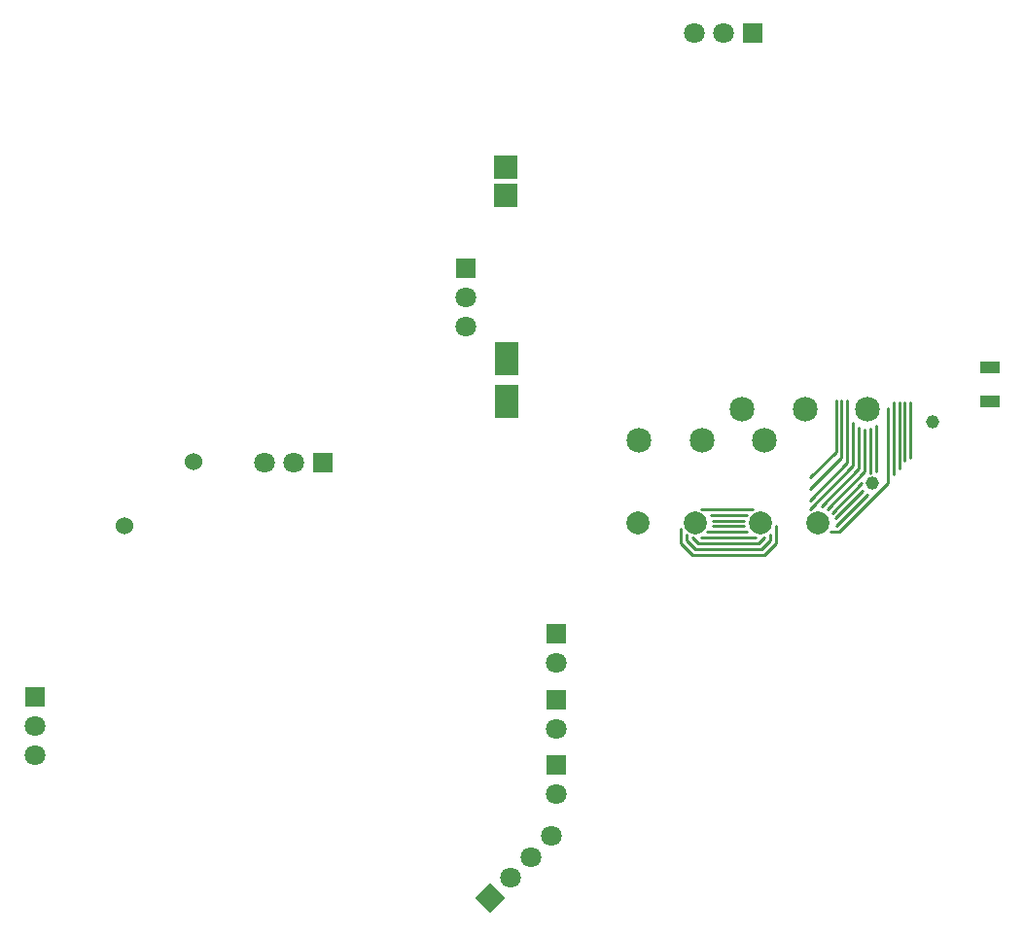
<source format=gts>
G04 Layer_Color=8388736*
%FSLAX44Y44*%
%MOMM*%
G71*
G01*
G75*
%ADD10R,1.8034X1.1120*%
%ADD16R,1.8000X1.8000*%
%ADD17C,1.8000*%
%ADD18C,1.5240*%
%ADD19R,1.8000X1.8000*%
%ADD20P,2.5456X4X90.0*%
%ADD21C,1.1684*%
%ADD22C,2.0000*%
%ADD23C,2.1590*%
%ADD24R,2.0000X2.0000*%
%ADD25R,2.0000X3.0000*%
%ADD47C,0.2540*%
D10*
X856250Y563458D02*
D03*
Y533542D02*
D03*
D16*
X479250Y331000D02*
D03*
X479250Y216900D02*
D03*
Y274000D02*
D03*
X400000Y650000D02*
D03*
X24950Y276050D02*
D03*
D17*
X479250Y305600D02*
D03*
X479250Y191500D02*
D03*
Y248600D02*
D03*
X250650Y480050D02*
D03*
X225250D02*
D03*
X439000Y119000D02*
D03*
X456960Y136960D02*
D03*
X474921Y154921D02*
D03*
X624600Y855000D02*
D03*
X599200D02*
D03*
X400000Y624600D02*
D03*
Y599200D02*
D03*
X24950Y250650D02*
D03*
Y225250D02*
D03*
D18*
X163000Y481000D02*
D03*
X103000Y425000D02*
D03*
D19*
X276050Y480050D02*
D03*
X650000Y855000D02*
D03*
D20*
X421040Y101039D02*
D03*
D21*
X807000Y516000D02*
D03*
X753967Y462967D02*
D03*
D22*
X657000Y428000D02*
D03*
X707000D02*
D03*
X550000D02*
D03*
X600000D02*
D03*
D23*
X660200Y500000D02*
D03*
X605600D02*
D03*
X551000D02*
D03*
X750000Y527000D02*
D03*
X695400D02*
D03*
X640800D02*
D03*
D24*
X435000Y738000D02*
D03*
X435000Y713000D02*
D03*
D25*
X436000Y534000D02*
D03*
Y571000D02*
D03*
D47*
X615000Y430000D02*
X640000D01*
X615000Y425000D02*
X640000D01*
X610000Y420000D02*
X645000D01*
X640000Y430000D02*
X642500D01*
X640000Y425000D02*
X642500D01*
X614000Y435000D02*
X645000D01*
X607500Y440000D02*
X650000D01*
X605000D02*
X607500D01*
X605000Y415000D02*
X652500D01*
X597500Y415000D02*
Y415000D01*
Y415000D02*
X602500Y410000D01*
X655000D01*
X660000Y415000D01*
X592500Y412500D02*
Y417500D01*
Y412500D02*
X600000Y405000D01*
X657500D01*
X665000Y412500D01*
Y417500D01*
X587500Y410000D02*
Y422500D01*
Y410000D02*
X597500Y400000D01*
X657500D01*
X660000D01*
X670000Y410000D01*
Y425000D01*
X715000Y440000D02*
X747500Y472500D01*
X722000Y432000D02*
X746000Y456000D01*
X725000Y420000D02*
X762500Y457500D01*
X717500Y420000D02*
X725000D01*
X710000Y442500D02*
X742500Y475000D01*
X700000Y440000D02*
X737500Y477500D01*
X700000Y447500D02*
X732500Y480000D01*
X700000Y457500D02*
X727500Y485000D01*
X700000Y467500D02*
X722500Y490000D01*
X772500Y470000D02*
Y532500D01*
X777500Y475000D02*
Y532500D01*
X782500Y485000D02*
Y532500D01*
Y482500D02*
Y485000D01*
X787500D02*
Y532500D01*
X757500Y472750D02*
Y512500D01*
X752500Y471500D02*
Y510000D01*
X747500Y472500D02*
Y509462D01*
X745000Y462500D02*
X745000D01*
X719250Y436750D02*
X745000Y462500D01*
X742500Y475000D02*
Y510480D01*
X737500Y477500D02*
Y514868D01*
X732500Y480000D02*
Y535000D01*
X727500Y485000D02*
Y535000D01*
X722500Y490000D02*
Y535000D01*
Y425000D02*
X749625Y452125D01*
Y452125D01*
X762500Y457500D02*
X768000Y463000D01*
Y528000D01*
M02*

</source>
